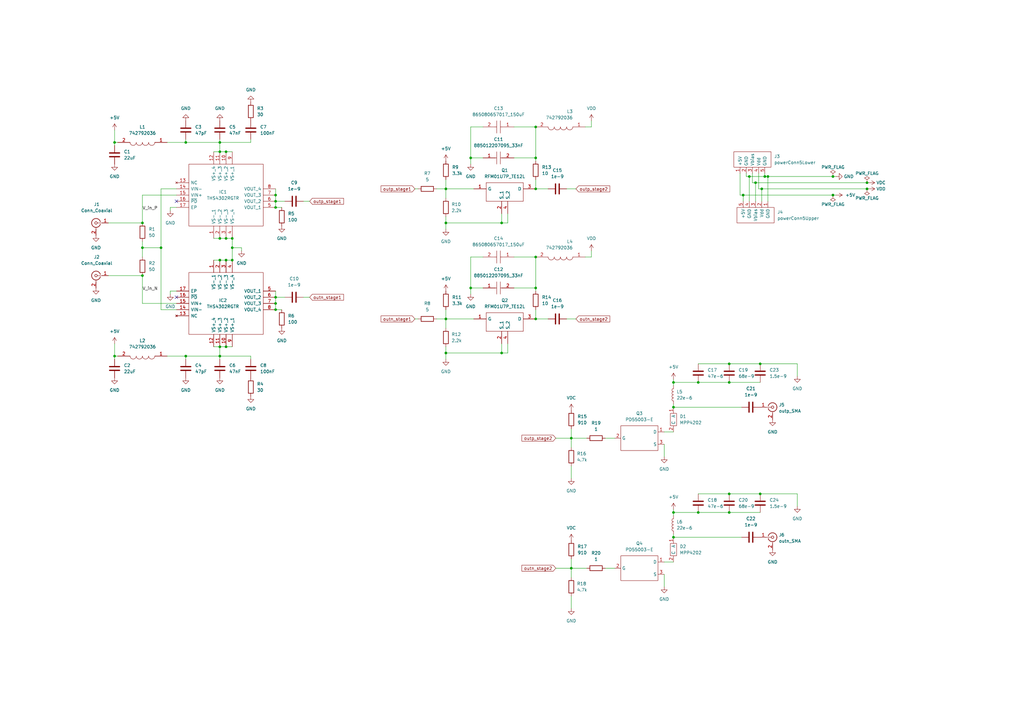
<source format=kicad_sch>
(kicad_sch (version 20211123) (generator eeschema)
  (paper "A3")
  (title_block (title "Klasse-D-Leistungsverstärker") (date "2023-02-01") (rev "1.1") (company "Universität Innsbruck, Mikroelektronik und implantierbare Systeme") (comment 1 "Autor: Alex Putzer"))
  (lib_symbols
    (symbol "Connector:Conn_Coaxial" (pin_names (offset 1.016) hide)
      (property "Reference" "J" (at 0.254 3.048 0))
      (property "Value" "Conn_Coaxial" (at 2.921 0 90))
      (symbol "Conn_Coaxial_1_1"
        (pin passive line (at -5.08 0 0) (length 2.54) (name "In") (number "1"))
        (pin passive line (at 0 -5.08 90) (length 2.54) (name "Ext") (number "2"))
      )
    )
    (symbol "Device:C" (pin_numbers hide) (pin_names (offset 0.254))
      (property "Reference" "C" (at 0.635 2.54 0))
      (property "Value" "C" (at 0.635 -2.54 0))
      (symbol "C_1_1"
        (pin passive line (at 0 3.81 270) (length 2.794) (name "~") (number "1"))
        (pin passive line (at 0 -3.81 90) (length 2.794) (name "~") (number "2"))
      )
    )
    (symbol "Device:L" (pin_numbers hide) (pin_names (offset 1.016) hide)
      (property "Reference" "L" (at -1.27 0 90))
      (property "Value" "L" (at 1.905 0 90))
      (symbol "L_1_1"
        (pin passive line (at 0 3.81 270) (length 1.27) (name "1") (number "1"))
        (pin passive line (at 0 -3.81 90) (length 1.27) (name "2") (number "2"))
      )
    )
    (symbol "Device:R" (pin_numbers hide) (pin_names (offset 0))
      (property "Reference" "R" (at 2.032 0 90))
      (property "Value" "R" (at 0 0 90))
      (symbol "R_1_1"
        (pin passive line (at 0 3.81 270) (length 1.27) (name "~") (number "1"))
        (pin passive line (at 0 -3.81 90) (length 1.27) (name "~") (number "2"))
      )
    )
    (symbol "MPP4202symbol:MPP4202"
      (property "Reference" "D" (at 6.35 -1.27 0))
      (property "Value" "MPP4202" (at 6.35 1.27 0))
      (symbol "MPP4202_1_1"
        (pin passive line (at 0 5.08 270) (length 2.54) (name "A") (number "1"))
        (pin passive line (at 0 -5.08 90) (length 2.54) (name "C") (number "2"))
      )
    )
    (symbol "PD55003-E_1"
      (property "Reference" "Q4" (at 0 10.16 0))
      (property "Value" "PD55003-E" (at 0 7.62 0))
      (symbol "PD55003-E_1_1_1"
        (pin passive line (at 10.16 2.54 180) (length 2.54) (name "D") (number "1"))
        (pin passive line (at -10.16 0 0) (length 2.54) (name "G") (number "2"))
        (pin passive line (at 10.16 -2.54 180) (length 2.54) (name "S") (number "3"))
      )
    )
    (symbol "SamacSys_Parts:742792036" (pin_names (offset 0.762))
      (property "Reference" "L" (at 16.51 6.35 0))
      (property "Value" "742792036" (at 16.51 3.81 0))
      (symbol "742792036_0_0"
        (pin passive line (at 0 0 0) (length 5.08) (name "~") (number "1"))
        (pin passive line (at 20.32 0 180) (length 5.08) (name "~") (number "2"))
      )
    )
    (symbol "SamacSys_Parts:865080657017" (pin_names (offset 0.762))
      (property "Reference" "C" (at 8.89 6.35 0))
      (property "Value" "865080657017" (at 8.89 3.81 0))
      (symbol "865080657017_0_0"
        (pin passive line (at 0 0 0) (length 5.08) (name "~") (number "1"))
        (pin passive line (at 12.7 0 180) (length 5.08) (name "~") (number "2"))
      )
    )
    (symbol "SamacSys_Parts:885012207095" (pin_names (offset 0.762))
      (property "Reference" "C" (at 8.89 6.35 0))
      (property "Value" "885012207095" (at 8.89 3.81 0))
      (symbol "885012207095_0_0"
        (pin passive line (at 0 0 0) (length 5.08) (name "~") (number "1"))
        (pin passive line (at 12.7 0 180) (length 5.08) (name "~") (number "2"))
      )
    )
    (symbol "SamacSys_Parts:RFM01U7P_TE12L,F_" (pin_names (offset 0.762))
      (property "Reference" "Q?" (at 12.7 7.62 0))
      (property "Value" "RFM01U7P_TE12L" (at 12.7 5.08 0))
      (symbol "RFM01U7P_TE12L,F__0_0"
        (pin passive line (at 0 0 0) (length 5.08) (name "G") (number "1"))
        (pin passive line (at 11.43 -10.16 90) (length 5.08) (name "S_1") (number "2"))
        (pin passive line (at 25.4 0 180) (length 5.08) (name "D") (number "3"))
        (pin passive line (at 13.97 -10.16 90) (length 5.08) (name "S_2") (number "4"))
      )
    )
    (symbol "SamacSys_Parts:THS4302RGTR" (pin_names (offset 0.762))
      (property "Reference" "IC" (at 31.75 15.24 0))
      (property "Value" "THS4302RGTR" (at 31.75 12.7 0))
      (symbol "THS4302RGTR_0_0"
        (pin passive line (at 0 0 0) (length 5.08) (name "VS-_1") (number "1"))
        (pin passive line (at 35.56 -5.08 180) (length 5.08) (name "VS+_2") (number "10"))
        (pin passive line (at 35.56 -2.54 180) (length 5.08) (name "VS+_3") (number "11"))
        (pin passive line (at 35.56 0 180) (length 5.08) (name "VS+_4") (number "12"))
        (pin no_connect line (at 22.86 15.24 270) (length 5.08) (name "NC") (number "13"))
        (pin passive line (at 20.32 15.24 270) (length 5.08) (name "VIN-") (number "14"))
        (pin passive line (at 17.78 15.24 270) (length 5.08) (name "VIN+") (number "15"))
        (pin passive line (at 15.24 15.24 270) (length 5.08) (name "~{PD}") (number "16"))
        (pin passive line (at 12.7 15.24 270) (length 5.08) (name "EP") (number "17"))
        (pin passive line (at 0 -2.54 0) (length 5.08) (name "VS-_2") (number "2"))
        (pin passive line (at 0 -5.08 0) (length 5.08) (name "VS-_3") (number "3"))
        (pin passive line (at 0 -7.62 0) (length 5.08) (name "VS-_4") (number "4"))
        (pin passive line (at 12.7 -25.4 90) (length 5.08) (name "VOUT_1") (number "5"))
        (pin passive line (at 15.24 -25.4 90) (length 5.08) (name "VOUT_2") (number "6"))
        (pin passive line (at 17.78 -25.4 90) (length 5.08) (name "VOUT_3") (number "7"))
        (pin passive line (at 20.32 -25.4 90) (length 5.08) (name "VOUT_4") (number "8"))
        (pin passive line (at 35.56 -7.62 180) (length 5.08) (name "VS+_1") (number "9"))
      )
    )
    (symbol "myFootprintLib:PD55003-E"
      (property "Reference" "Q3" (at 0 10.16 0))
      (property "Value" "PD55003-E" (at 0 7.62 0))
      (symbol "PD55003-E_1_1"
        (pin passive line (at 10.16 2.54 180) (length 2.54) (name "D") (number "1"))
        (pin passive line (at -10.16 0 0) (length 2.54) (name "G") (number "2"))
        (pin passive line (at 10.16 -2.54 180) (length 2.54) (name "S") (number "3"))
      )
    )
    (symbol "myFootprintLib:powerConn5Lower"
      (property "Reference" "J" (at 8.89 1.27 0))
      (property "Value" "powerConn5Lower" (at 0 -3.81 0))
      (symbol "powerConn5Lower_1_1"
        (pin passive line (at 5.08 6.35 270) (length 2.54) (name "+5V") (number "1"))
        (pin passive line (at 2.54 6.35 270) (length 2.54) (name "GND") (number "2"))
        (pin passive line (at 0 6.35 270) (length 2.54) (name "Vbias") (number "3"))
        (pin passive line (at -2.54 6.35 270) (length 2.54) (name "Vdd") (number "4"))
        (pin passive line (at -5.08 6.35 270) (length 2.54) (name "GND") (number "5"))
      )
    )
    (symbol "myFootprintLib:powerConn5Upper"
      (property "Reference" "J" (at -8.89 0 0))
      (property "Value" "powerConn5Upper" (at 0 5.08 0))
      (symbol "powerConn5Upper_1_1"
        (pin passive line (at -5.08 -5.08 90) (length 2.54) (name "GND") (number "1"))
        (pin passive line (at -2.54 -5.08 90) (length 2.54) (name "Vdd") (number "2"))
        (pin passive line (at 0 -5.08 90) (length 2.54) (name "Vbias") (number "3"))
        (pin passive line (at 2.54 -5.08 90) (length 2.54) (name "GND") (number "4"))
        (pin passive line (at 5.08 -5.08 90) (length 2.54) (name "+5V") (number "5"))
      )
    )
    (symbol "power:+5V" (power) (pin_names (offset 0))
      (property "Value" "+5V" (at 0 3.556 0))
      (symbol "+5V_1_1"
        (pin power_in line (at 0 0 90) (length 0) hide (name "+5V") (number "1"))
      )
    )
    (symbol "power:GND" (power) (pin_names (offset 0))
      (property "Value" "GND" (at 0 -3.81 0))
      (symbol "GND_1_1"
        (pin power_in line (at 0 0 270) (length 0) hide (name "GND") (number "1"))
      )
    )
    (symbol "power:PWR_FLAG" (power) (pin_numbers hide) (pin_names (offset 0) hide)
      (property "Value" "PWR_FLAG" (at 0 3.81 0))
      (symbol "PWR_FLAG_0_0"
        (pin power_out line (at 0 0 90) (length 0) (name "pwr") (number "1"))
      )
    )
    (symbol "power:VDC" (power) (pin_names (offset 0))
      (property "Value" "VDC" (at 0 6.35 0))
      (symbol "VDC_1_1"
        (pin power_in line (at 0 0 90) (length 0) hide (name "VDC") (number "1"))
      )
    )
    (symbol "power:VDD" (power) (pin_names (offset 0))
      (property "Value" "VDD" (at 0 3.81 0))
      (symbol "VDD_1_1"
        (pin power_in line (at 0 0 90) (length 0) hide (name "VDD") (number "1"))
      )
    )
  )
  (junction (at 219.71 130.81))
  (junction (at 76.2 146.05))
  (junction (at 304.8 80.01))
  (junction (at 234.315 179.705))
  (junction (at 314.96 72.39))
  (junction (at 193.04 64.77))
  (junction (at 95.25 101.6))
  (junction (at 95.25 97.79))
  (junction (at 307.34 72.39))
  (junction (at 46.99 58.42))
  (junction (at 299.085 202.565))
  (junction (at 341.63 72.39))
  (junction (at 92.71 142.24))
  (junction (at 92.71 97.79))
  (junction (at 58.42 113.03))
  (junction (at 311.785 202.565))
  (junction (at 58.42 101.6))
  (junction (at 182.88 144.78))
  (junction (at 193.04 118.11))
  (junction (at 355.6 74.93))
  (junction (at 90.17 142.24))
  (junction (at 205.74 91.44))
  (junction (at 276.225 210.185))
  (junction (at 219.71 77.47))
  (junction (at 219.71 64.77))
  (junction (at 113.03 121.92))
  (junction (at 90.17 106.68))
  (junction (at 90.17 97.79))
  (junction (at 286.385 156.845))
  (junction (at 113.03 127))
  (junction (at 276.225 167.005))
  (junction (at 46.99 146.05))
  (junction (at 182.88 77.47))
  (junction (at 286.385 210.185))
  (junction (at 341.63 80.01))
  (junction (at 182.88 130.81))
  (junction (at 205.74 144.78))
  (junction (at 90.17 62.23))
  (junction (at 311.785 149.225))
  (junction (at 309.88 74.93))
  (junction (at 299.085 149.225))
  (junction (at 355.6 77.47))
  (junction (at 90.17 146.05))
  (junction (at 92.71 106.68))
  (junction (at 95.25 106.68))
  (junction (at 219.71 52.07))
  (junction (at 66.04 101.6))
  (junction (at 113.03 82.55))
  (junction (at 313.69 72.39))
  (junction (at 90.17 58.42))
  (junction (at 113.03 80.01))
  (junction (at 113.03 85.09))
  (junction (at 276.225 156.845))
  (junction (at 58.42 91.44))
  (junction (at 113.03 124.46))
  (junction (at 299.085 210.185))
  (junction (at 92.71 62.23))
  (junction (at 234.315 233.045))
  (junction (at 276.225 220.345))
  (junction (at 76.2 58.42))
  (junction (at 219.71 105.41))
  (junction (at 299.085 156.845))
  (junction (at 219.71 118.11))
  (junction (at 312.42 77.47))
  (junction (at 182.88 91.44))
  (no_connect (at 72.39 82.55))
  (no_connect (at 72.39 121.92))
  (wire (pts (xy 87.63 142.24) (xy 90.17 142.24)))
  (wire (pts (xy 272.415 182.245) (xy 272.415 187.325)))
  (wire (pts (xy 276.225 210.185) (xy 276.225 211.455)))
  (wire (pts (xy 69.85 85.09) (xy 69.85 86.36)))
  (wire (pts (xy 182.88 127) (xy 182.88 130.81)))
  (wire (pts (xy 306.07 71.12) (xy 306.07 72.39)))
  (wire (pts (xy 193.04 118.11) (xy 198.12 118.11)))
  (wire (pts (xy 90.17 142.24) (xy 90.17 146.05)))
  (wire (pts (xy 210.82 118.11) (xy 219.71 118.11)))
  (wire (pts (xy 90.17 62.23) (xy 92.71 62.23)))
  (wire (pts (xy 72.39 124.46) (xy 58.42 124.46)))
  (wire (pts (xy 182.88 144.78) (xy 182.88 147.32)))
  (wire (pts (xy 102.87 58.42) (xy 90.17 58.42)))
  (wire (pts (xy 234.315 233.045) (xy 240.665 233.045)))
  (wire (pts (xy 44.45 91.44) (xy 58.42 91.44)))
  (wire (pts (xy 272.415 235.585) (xy 272.415 240.665)))
  (wire (pts (xy 87.63 106.68) (xy 90.17 106.68)))
  (wire (pts (xy 309.88 74.93) (xy 355.6 74.93)))
  (wire (pts (xy 66.04 101.6) (xy 58.42 101.6)))
  (wire (pts (xy 90.17 57.15) (xy 90.17 58.42)))
  (wire (pts (xy 182.88 91.44) (xy 182.88 93.98)))
  (wire (pts (xy 234.315 244.475) (xy 234.315 249.555)))
  (wire (pts (xy 272.415 230.505) (xy 276.225 230.505)))
  (wire (pts (xy 46.99 146.05) (xy 46.99 147.32)))
  (wire (pts (xy 193.04 52.07) (xy 193.04 64.77)))
  (wire (pts (xy 355.6 74.93) (xy 356.235 74.93)))
  (wire (pts (xy 46.99 58.42) (xy 48.26 58.42)))
  (wire (pts (xy 248.285 179.705) (xy 252.095 179.705)))
  (wire (pts (xy 87.63 62.23) (xy 90.17 62.23)))
  (wire (pts (xy 113.03 119.38) (xy 113.03 121.92)))
  (wire (pts (xy 72.39 77.47) (xy 66.04 77.47)))
  (wire (pts (xy 76.2 58.42) (xy 90.17 58.42)))
  (wire (pts (xy 205.74 87.63) (xy 205.74 91.44)))
  (wire (pts (xy 193.04 52.07) (xy 198.12 52.07)))
  (wire (pts (xy 182.88 130.81) (xy 182.88 134.62)))
  (wire (pts (xy 210.82 64.77) (xy 219.71 64.77)))
  (wire (pts (xy 46.99 146.05) (xy 48.26 146.05)))
  (wire (pts (xy 102.87 57.15) (xy 102.87 58.42)))
  (wire (pts (xy 182.88 88.9) (xy 182.88 91.44)))
  (wire (pts (xy 102.87 146.05) (xy 90.17 146.05)))
  (wire (pts (xy 286.385 156.845) (xy 299.085 156.845)))
  (wire (pts (xy 276.225 220.345) (xy 304.165 220.345)))
  (wire (pts (xy 219.71 118.11) (xy 219.71 119.38)))
  (wire (pts (xy 76.2 147.32) (xy 76.2 146.05)))
  (wire (pts (xy 327.025 154.305) (xy 327.025 149.225)))
  (wire (pts (xy 95.25 101.6) (xy 95.25 97.79)))
  (wire (pts (xy 242.57 52.07) (xy 240.03 52.07)))
  (wire (pts (xy 219.71 73.66) (xy 219.71 77.47)))
  (wire (pts (xy 307.34 72.39) (xy 313.69 72.39)))
  (wire (pts (xy 76.2 57.15) (xy 76.2 58.42)))
  (wire (pts (xy 69.85 119.38) (xy 72.39 119.38)))
  (wire (pts (xy 219.71 52.07) (xy 219.71 64.77)))
  (wire (pts (xy 276.225 208.915) (xy 276.225 210.185)))
  (wire (pts (xy 312.42 77.47) (xy 355.6 77.47)))
  (wire (pts (xy 313.69 71.12) (xy 313.69 72.39)))
  (wire (pts (xy 234.315 179.705) (xy 234.315 183.515)))
  (wire (pts (xy 234.315 191.135) (xy 234.315 196.215)))
  (wire (pts (xy 90.17 147.32) (xy 90.17 146.05)))
  (wire (pts (xy 193.04 64.77) (xy 193.04 67.31)))
  (wire (pts (xy 193.04 118.11) (xy 193.04 120.65)))
  (wire (pts (xy 355.6 77.47) (xy 356.235 77.47)))
  (wire (pts (xy 90.17 106.68) (xy 92.71 106.68)))
  (wire (pts (xy 342.9 80.01) (xy 341.63 80.01)))
  (wire (pts (xy 205.74 140.97) (xy 205.74 144.78)))
  (wire (pts (xy 242.57 49.53) (xy 242.57 52.07)))
  (wire (pts (xy 210.82 52.07) (xy 219.71 52.07)))
  (wire (pts (xy 182.88 77.47) (xy 194.31 77.47)))
  (wire (pts (xy 309.88 74.93) (xy 309.88 82.55)))
  (wire (pts (xy 286.385 149.225) (xy 299.085 149.225)))
  (wire (pts (xy 99.06 102.87) (xy 99.06 101.6)))
  (wire (pts (xy 182.88 73.66) (xy 182.88 77.47)))
  (wire (pts (xy 193.04 105.41) (xy 198.12 105.41)))
  (wire (pts (xy 276.225 167.005) (xy 304.165 167.005)))
  (wire (pts (xy 314.96 72.39) (xy 341.63 72.39)))
  (wire (pts (xy 170.18 130.81) (xy 171.45 130.81)))
  (wire (pts (xy 68.58 146.05) (xy 76.2 146.05)))
  (wire (pts (xy 99.06 101.6) (xy 95.25 101.6)))
  (wire (pts (xy 115.57 127) (xy 113.03 127)))
  (wire (pts (xy 58.42 124.46) (xy 58.42 113.03)))
  (wire (pts (xy 66.04 77.47) (xy 66.04 101.6)))
  (wire (pts (xy 69.85 120.65) (xy 69.85 119.38)))
  (wire (pts (xy 276.225 156.845) (xy 286.385 156.845)))
  (wire (pts (xy 299.085 210.185) (xy 311.785 210.185)))
  (wire (pts (xy 46.99 53.34) (xy 46.99 58.42)))
  (wire (pts (xy 276.225 210.185) (xy 286.385 210.185)))
  (wire (pts (xy 227.965 233.045) (xy 234.315 233.045)))
  (wire (pts (xy 205.74 91.44) (xy 208.28 91.44)))
  (wire (pts (xy 193.04 105.41) (xy 193.04 118.11)))
  (wire (pts (xy 208.28 144.78) (xy 208.28 140.97)))
  (wire (pts (xy 95.25 106.68) (xy 95.25 101.6)))
  (wire (pts (xy 308.61 71.12) (xy 308.61 74.93)))
  (wire (pts (xy 182.88 144.78) (xy 205.74 144.78)))
  (wire (pts (xy 299.085 149.225) (xy 311.785 149.225)))
  (wire (pts (xy 44.45 113.03) (xy 58.42 113.03)))
  (wire (pts (xy 311.15 77.47) (xy 312.42 77.47)))
  (wire (pts (xy 286.385 202.565) (xy 299.085 202.565)))
  (wire (pts (xy 208.28 91.44) (xy 208.28 87.63)))
  (wire (pts (xy 306.07 72.39) (xy 307.34 72.39)))
  (wire (pts (xy 219.71 105.41) (xy 219.71 118.11)))
  (wire (pts (xy 113.03 77.47) (xy 113.03 80.01)))
  (wire (pts (xy 276.225 156.845) (xy 276.225 158.115)))
  (wire (pts (xy 232.41 130.81) (xy 236.22 130.81)))
  (wire (pts (xy 87.63 97.79) (xy 90.17 97.79)))
  (wire (pts (xy 286.385 210.185) (xy 299.085 210.185)))
  (wire (pts (xy 113.03 121.92) (xy 116.84 121.92)))
  (wire (pts (xy 227.965 179.705) (xy 234.315 179.705)))
  (wire (pts (xy 68.58 58.42) (xy 76.2 58.42)))
  (wire (pts (xy 113.03 121.92) (xy 113.03 124.46)))
  (wire (pts (xy 234.315 179.705) (xy 240.665 179.705)))
  (wire (pts (xy 193.04 64.77) (xy 198.12 64.77)))
  (wire (pts (xy 113.03 124.46) (xy 113.03 127)))
  (wire (pts (xy 248.285 233.045) (xy 252.095 233.045)))
  (wire (pts (xy 179.07 77.47) (xy 182.88 77.47)))
  (wire (pts (xy 72.39 127) (xy 66.04 127)))
  (wire (pts (xy 72.39 80.01) (xy 58.42 80.01)))
  (wire (pts (xy 92.71 106.68) (xy 95.25 106.68)))
  (wire (pts (xy 124.46 121.92) (xy 127 121.92)))
  (wire (pts (xy 303.53 71.12) (xy 303.53 80.01)))
  (wire (pts (xy 90.17 62.23) (xy 90.17 58.42)))
  (wire (pts (xy 304.8 80.01) (xy 341.63 80.01)))
  (wire (pts (xy 304.8 80.01) (xy 304.8 82.55)))
  (wire (pts (xy 124.46 82.55) (xy 127 82.55)))
  (wire (pts (xy 46.99 58.42) (xy 46.99 59.69)))
  (wire (pts (xy 179.07 130.81) (xy 182.88 130.81)))
  (wire (pts (xy 308.61 74.93) (xy 309.88 74.93)))
  (wire (pts (xy 102.87 147.32) (xy 102.87 146.05)))
  (wire (pts (xy 224.79 130.81) (xy 219.71 130.81)))
  (wire (pts (xy 113.03 80.01) (xy 113.03 82.55)))
  (wire (pts (xy 276.225 165.735) (xy 276.225 167.005)))
  (wire (pts (xy 327.025 202.565) (xy 311.785 202.565)))
  (wire (pts (xy 276.225 155.575) (xy 276.225 156.845)))
  (wire (pts (xy 182.88 77.47) (xy 182.88 81.28)))
  (wire (pts (xy 170.18 77.47) (xy 171.45 77.47)))
  (wire (pts (xy 234.315 229.235) (xy 234.315 233.045)))
  (wire (pts (xy 299.085 202.565) (xy 311.785 202.565)))
  (wire (pts (xy 182.88 130.81) (xy 194.31 130.81)))
  (wire (pts (xy 58.42 101.6) (xy 58.42 105.41)))
  (wire (pts (xy 69.85 85.09) (xy 72.39 85.09)))
  (wire (pts (xy 299.085 156.845) (xy 311.785 156.845)))
  (wire (pts (xy 66.04 127) (xy 66.04 101.6)))
  (wire (pts (xy 240.03 105.41) (xy 242.57 105.41)))
  (wire (pts (xy 219.71 64.77) (xy 219.71 66.04)))
  (wire (pts (xy 276.225 177.165) (xy 272.415 177.165)))
  (wire (pts (xy 113.03 82.55) (xy 116.84 82.55)))
  (wire (pts (xy 90.17 142.24) (xy 92.71 142.24)))
  (wire (pts (xy 58.42 99.06) (xy 58.42 101.6)))
  (wire (pts (xy 307.34 72.39) (xy 307.34 82.55)))
  (wire (pts (xy 58.42 80.01) (xy 58.42 91.44)))
  (wire (pts (xy 76.2 146.05) (xy 90.17 146.05)))
  (wire (pts (xy 312.42 77.47) (xy 312.42 82.55)))
  (wire (pts (xy 341.63 72.39) (xy 342.9 72.39)))
  (wire (pts (xy 182.88 91.44) (xy 205.74 91.44)))
  (wire (pts (xy 327.025 149.225) (xy 311.785 149.225)))
  (wire (pts (xy 242.57 105.41) (xy 242.57 102.87)))
  (wire (pts (xy 224.79 77.47) (xy 219.71 77.47)))
  (wire (pts (xy 219.71 127) (xy 219.71 130.81)))
  (wire (pts (xy 311.15 71.12) (xy 311.15 77.47)))
  (wire (pts (xy 46.99 140.97) (xy 46.99 146.05)))
  (wire (pts (xy 234.315 175.895) (xy 234.315 179.705)))
  (wire (pts (xy 92.71 97.79) (xy 95.25 97.79)))
  (wire (pts (xy 232.41 77.47) (xy 236.22 77.47)))
  (wire (pts (xy 314.96 72.39) (xy 314.96 82.55)))
  (wire (pts (xy 90.17 97.79) (xy 92.71 97.79)))
  (wire (pts (xy 327.025 207.645) (xy 327.025 202.565)))
  (wire (pts (xy 182.88 142.24) (xy 182.88 144.78)))
  (wire (pts (xy 303.53 80.01) (xy 304.8 80.01)))
  (wire (pts (xy 115.57 85.09) (xy 113.03 85.09)))
  (wire (pts (xy 234.315 233.045) (xy 234.315 236.855)))
  (wire (pts (xy 205.74 144.78) (xy 208.28 144.78)))
  (wire (pts (xy 276.225 219.075) (xy 276.225 220.345)))
  (wire (pts (xy 313.69 72.39) (xy 314.96 72.39)))
  (wire (pts (xy 92.71 142.24) (xy 95.25 142.24)))
  (wire (pts (xy 210.82 105.41) (xy 219.71 105.41)))
  (wire (pts (xy 113.03 82.55) (xy 113.03 85.09)))
  (wire (pts (xy 92.71 62.23) (xy 95.25 62.23)))
  (label "V_in_P" (at 58.42 86.36 0))
  (label "V_in_N" (at 58.42 119.38 0))
  (global_label "outp_stage1" (shape input) (at 170.18 77.47 180) (property "Intersheet References" "${INTERSHEET_REFS}" (effects hide)))
  (global_label "outp_stage1" (shape input) (at 127 82.55 0) (property "Intersheet References" "${INTERSHEET_REFS}" (effects hide)))
  (global_label "outn_stage1" (shape input) (at 170.18 130.81 180) (property "Intersheet References" "${INTERSHEET_REFS}" (effects hide)))
  (global_label "outp_stage2" (shape input) (at 236.22 77.47 0) (property "Intersheet References" "${INTERSHEET_REFS}" (effects hide)))
  (global_label "outn_stage2" (shape input) (at 227.965 233.045 180) (property "Intersheet References" "${INTERSHEET_REFS}" (effects hide)))
  (global_label "outn_stage1" (shape input) (at 127 121.92 0) (property "Intersheet References" "${INTERSHEET_REFS}" (effects hide)))
  (global_label "outp_stage2" (shape input) (at 227.965 179.705 180) (property "Intersheet References" "${INTERSHEET_REFS}" (effects hide)))
  (global_label "outn_stage2" (shape input) (at 236.22 130.81 0) (property "Intersheet References" "${INTERSHEET_REFS}" (effects hide)))
  (symbol (lib_id "power:VDD") (at 356.235 77.47 270) (unit 1)
    (property "Reference" "#PWR025" (effects hide))
    (property "Value" "VDD" (at 359.41 77.47 90) (effects (justify left)))
  )
  (symbol (lib_id "power:PWR_FLAG") (at 341.63 72.39 0) (unit 1)
    (property "Reference" "#FLG01" (effects hide))
    (property "Value" "PWR_FLAG" (at 341.63 68.58 0))
  )
  (symbol (lib_id "power:GND") (at 39.37 96.52 0) (unit 1)
    (property "Reference" "#PWR01" (effects hide))
    (property "Value" "GND" (at 39.37 101.6 0))
  )
  (symbol (lib_id "power:GND") (at 327.025 207.645 0) (unit 1)
    (property "Reference" "#PWR041" (effects hide))
    (property "Value" "GND" (at 327.025 212.725 0))
  )
  (symbol (lib_id "power:GND") (at 46.99 67.31 0) (unit 1)
    (property "Reference" "#PWR04" (effects hide))
    (property "Value" "GND" (at 46.99 72.39 0))
  )
  (symbol (lib_id "power:VDD") (at 242.57 102.87 0) (unit 1)
    (property "Reference" "#PWR029" (effects hide))
    (property "Value" "VDD" (at 242.57 97.79 0))
  )
  (symbol (lib_id "power:GND") (at 115.57 92.71 0) (unit 1)
    (property "Reference" "#PWR016" (effects hide))
    (property "Value" "GND" (at 115.57 97.79 0))
  )
  (symbol (lib_id "Device:R") (at 102.87 45.72 0) (unit 1)
    (property "Reference" "R3" (at 105.41 44.4499 0) (effects (justify left)))
    (property "Value" "30" (at 105.41 46.9899 0) (effects (justify left)))
    (property "Footprint" "Resistor_SMD:R_0805_2012Metric_Pad1.20x1.40mm_HandSolder" (effects hide))
  )
  (symbol (lib_id "Device:R") (at 234.315 225.425 180) (unit 1)
    (property "Reference" "R17" (at 236.855 224.1549 0) (effects (justify right)))
    (property "Value" "910" (at 236.855 226.6949 0) (effects (justify right)))
    (property "Footprint" "Resistor_SMD:R_0805_2012Metric_Pad1.20x1.40mm_HandSolder" (effects hide))
  )
  (symbol (lib_id "Device:R") (at 175.26 77.47 90) (unit 1)
    (property "Reference" "R7" (at 175.26 71.12 90))
    (property "Value" "5" (at 175.26 73.66 90))
    (property "Footprint" "Resistor_SMD:R_0603_1608Metric_Pad0.98x0.95mm_HandSolder" (effects hide))
  )
  (symbol (lib_id "power:GND") (at 316.865 225.425 0) (unit 1)
    (property "Reference" "#PWR039" (effects hide))
    (property "Value" "GND" (at 316.865 230.505 0))
  )
  (symbol (lib_id "Device:C") (at 228.6 77.47 90) (unit 1)
    (property "Reference" "C15" (at 228.6 69.85 90))
    (property "Value" "1e-9" (at 228.6 72.39 90))
    (property "Footprint" "WCAP-CSGP:WCAP-CSGP_0805_H0.8_R" (effects hide))
  )
  (symbol (lib_id "power:+5V") (at 182.88 66.04 0) (unit 1)
    (property "Reference" "#PWR?" (effects hide))
    (property "Value" "+5V" (at 182.88 60.96 0))
  )
  (symbol (lib_id "power:GND") (at 46.99 154.94 0) (unit 1)
    (property "Reference" "#PWR06" (effects hide))
    (property "Value" "GND" (at 46.99 160.02 0))
  )
  (symbol (lib_id "power:+5V") (at 46.99 53.34 0) (unit 1)
    (property "Reference" "#PWR03" (effects hide))
    (property "Value" "+5V" (at 46.99 48.26 0))
  )
  (symbol (lib_id "power:GND") (at 99.06 102.87 0) (unit 1)
    (property "Reference" "#PWR013" (effects hide))
    (property "Value" "GND" (at 99.06 107.95 0))
  )
  (symbol (lib_id "Device:C") (at 90.17 151.13 180) (unit 1)
    (property "Reference" "C6" (at 93.98 149.8599 0) (effects (justify right)))
    (property "Value" "47nF" (at 93.98 152.3999 0) (effects (justify right)))
    (property "Footprint" "Capacitor_SMD:C_0805_2012Metric_Pad1.18x1.45mm_HandSolder" (effects hide))
    (property "Datasheet" "https://www.we-online.com/katalog/en/datasheet/885012207096.pdf" (effects hide))
  )
  (symbol (lib_id "Device:C") (at 90.17 53.34 0) (mirror y) (unit 1)
    (property "Reference" "C5" (at 93.98 52.0699 0) (effects (justify right)))
    (property "Value" "47nF" (at 93.98 54.6099 0) (effects (justify right)))
    (property "Footprint" "Capacitor_SMD:C_0805_2012Metric_Pad1.18x1.45mm_HandSolder" (effects hide))
    (property "Datasheet" "https://www.we-online.com/katalog/en/datasheet/885012207096.pdf" (effects hide))
  )
  (symbol (lib_id "Device:C") (at 307.975 167.005 90) (unit 1)
    (property "Reference" "C21" (at 307.975 159.385 90))
    (property "Value" "1e-9" (at 307.975 161.925 90))
    (property "Footprint" "WCAP-CSGP:WCAP-CSGP_0805_H0.8_R" (effects hide))
  )
  (symbol (lib_id "Device:C") (at 286.385 206.375 180) (unit 1)
    (property "Reference" "C18" (at 290.195 205.1049 0) (effects (justify right)))
    (property "Value" "47e-6" (at 290.195 207.6449 0) (effects (justify right)))
    (property "Footprint" "WCAP-CSGP:WCAP-CSGP_1210_H2.5" (effects hide))
  )
  (symbol (lib_id "myFootprintLib:powerConn5Upper") (at 309.88 87.63 180) (unit 1)
    (property "Reference" "J4" (at 318.77 86.9949 0) (effects (justify right)))
    (property "Value" "powerConn5Upper" (at 318.77 89.5349 0) (effects (justify right)))
    (property "Footprint" "WR-MPC3:662105130822" (effects hide))
  )
  (symbol (lib_id "SamacSys_Parts:THS4302RGTR") (at 87.63 106.68 90) (mirror x) (unit 1)
    (property "Reference" "IC2" (at 91.44 123.19 90))
    (property "Value" "THS4302RGTR" (at 91.44 125.73 90))
    (property "Footprint" "SamacSys_Parts:QFN50P300X300X100-17N-D" (effects hide))
    (property "Datasheet" "http://www.ti.com/lit/gpn/ths4302" (effects hide))
    (property "Description" "2.4GHz, Wideband Fixed Gain Amplifier" (effects hide))
    (property "Height" "1" (effects hide))
    (property "Mouser Part Number" "595-THS4302RGTR" (effects hide))
    (property "Mouser Price/Stock" "https://www.mouser.co.uk/ProductDetail/Texas-Instruments/THS4302RGTR?qs=ZmJdcv7QZ9roaRyFJKAg2g%3D%3D" (effects hide))
    (property "Manufacturer_Name" "Texas Instruments" (effects hide))
    (property "Manufacturer_Part_Number" "THS4302RGTR" (effects hide))
  )
  (symbol (lib_id "Device:R") (at 182.88 123.19 180) (unit 1)
    (property "Reference" "R11" (at 185.42 121.9199 0) (effects (justify right)))
    (property "Value" "3.3k" (at 185.42 124.4599 0) (effects (justify right)))
    (property "Footprint" "Resistor_SMD:R_0805_2012Metric_Pad1.20x1.40mm_HandSolder" (effects hide))
  )
  (symbol (lib_id "SamacSys_Parts:742792036") (at 68.58 58.42 0) (mirror y) (unit 1)
    (property "Reference" "L1" (at 58.42 52.07 0))
    (property "Value" "742792036" (at 58.42 54.61 0))
    (property "Footprint" "WE-CBF:WE-CBF_0805(W=3.0)" (effects hide))
    (property "Datasheet" "https://www.mouser.at/datasheet/2/445/742792036-1720672.pdf" (effects hide))
    (property "Description" "SMD EMI Suppression Ferrite Beads WE-CBF" (effects hide))
    (property "Height" "0.9" (effects hide))
    (property "Mouser Part Number" "710-742792036" (effects hide))
    (property "Mouser Price/Stock" "https://www.mouser.co.uk/ProductDetail/Wurth-Elektronik/742792036?qs=5twSNpOB8IB6qvAyuzliIg%3D%3D" (effects hide))
    (property "Manufacturer_Name" "Wurth Elektronik" (effects hide))
    (property "Manufacturer_Part_Number" "742792036" (effects hide))
  )
  (symbol (lib_id "myFootprintLib:PD55003-E") (at 262.255 179.705 0) (unit 1)
    (property "Reference" "Q3" (at 262.255 169.545 0))
    (property "Value" "PD55003-E" (at 262.255 172.085 0))
    (property "Footprint" "snapEDAfootprints:TRANS_PD55008-E" (effects hide))
  )
  (symbol (lib_id "Connector:Conn_Coaxial") (at 316.865 220.345 0) (unit 1)
    (property "Reference" "J6" (at 319.405 219.3681 0) (effects (justify left)))
    (property "Value" "outn_SMA" (at 319.405 221.9081 0) (effects (justify left)))
    (property "Footprint" "SMAconnector:1.6mmSMD_SMA_sideways" (effects hide))
    (property "Datasheet" " ~" (effects hide))
  )
  (symbol (lib_id "power:GND") (at 193.04 67.31 0) (unit 1)
    (property "Reference" "#PWR026" (effects hide))
    (property "Value" "GND" (at 193.04 72.39 0))
  )
  (symbol (lib_id "MPP4202symbol:MPP4202") (at 276.225 225.425 0) (unit 1)
    (property "Reference" "D2" (at 278.765 224.1549 0) (effects (justify left)))
    (property "Value" "MPP4202" (at 278.765 226.6949 0) (effects (justify left)))
    (property "Footprint" "MPP4202:mpp4202" (effects hide))
  )
  (symbol (lib_id "Connector:Conn_Coaxial") (at 316.865 167.005 0) (unit 1)
    (property "Reference" "J5" (at 319.405 166.0281 0) (effects (justify left)))
    (property "Value" "outp_SMA" (at 319.405 168.5681 0) (effects (justify left)))
    (property "Footprint" "SMAconnector:1.6mmSMD_SMA_sideways" (effects hide))
    (property "Datasheet" " ~" (effects hide))
  )
  (symbol (lib_id "SamacSys_Parts:THS4302RGTR") (at 87.63 97.79 90) (unit 1)
    (property "Reference" "IC1" (at 91.44 78.74 90))
    (property "Value" "THS4302RGTR" (at 91.44 81.28 90))
    (property "Footprint" "SamacSys_Parts:QFN50P300X300X100-17N-D" (effects hide))
    (property "Datasheet" "http://www.ti.com/lit/gpn/ths4302" (effects hide))
    (property "Description" "2.4GHz, Wideband Fixed Gain Amplifier" (effects hide))
    (property "Height" "1" (effects hide))
    (property "Mouser Part Number" "595-THS4302RGTR" (effects hide))
    (property "Mouser Price/Stock" "https://www.mouser.co.uk/ProductDetail/Texas-Instruments/THS4302RGTR?qs=ZmJdcv7QZ9roaRyFJKAg2g%3D%3D" (effects hide))
    (property "Manufacturer_Name" "Texas Instruments" (effects hide))
    (property "Manufacturer_Part_Number" "THS4302RGTR" (effects hide))
  )
  (symbol (lib_id "SamacSys_Parts:742792036") (at 240.03 105.41 0) (mirror y) (unit 1)
    (property "Reference" "L4" (at 234.95 99.06 0) (effects (justify left)))
    (property "Value" "742792036" (at 234.95 101.6 0) (effects (justify left)))
    (property "Footprint" "WE-CBF:WE-CBF_0805(W=3.0)" (effects hide))
    (property "Description" "SMD EMI Suppression Ferrite Beads WE-CBF" (effects hide))
    (property "Height" "0.9" (effects hide))
    (property "Mouser Part Number" "710-742792036" (effects hide))
    (property "Mouser Price/Stock" "https://www.mouser.co.uk/ProductDetail/Wurth-Elektronik/742792036?qs=5twSNpOB8IB6qvAyuzliIg%3D%3D" (effects hide))
    (property "Manufacturer_Name" "Wurth Elektronik" (effects hide))
    (property "Manufacturer_Part_Number" "742792036" (effects hide))
  )
  (symbol (lib_id "power:GND") (at 182.88 147.32 0) (unit 1)
    (property "Reference" "#PWR023" (effects hide))
    (property "Value" "GND" (at 182.88 152.4 0))
  )
  (symbol (lib_id "power:GND") (at 69.85 86.36 0) (unit 1)
    (property "Reference" "#PWR07" (effects hide))
    (property "Value" "GND" (at 69.85 91.44 0))
  )
  (symbol (lib_id "power:VDD") (at 242.57 49.53 0) (unit 1)
    (property "Reference" "#PWR028" (effects hide))
    (property "Value" "VDD" (at 242.57 44.45 0))
  )
  (symbol (lib_id "power:+5V") (at 276.225 208.915 0) (unit 1)
    (property "Reference" "#PWR?" (effects hide))
    (property "Value" "+5V" (at 276.225 203.835 0))
  )
  (symbol (lib_name "PD55003-E_1") (lib_id "myFootprintLib:PD55003-E") (at 262.255 233.045 0) (unit 1)
    (property "Reference" "Q4" (at 262.255 222.885 0))
    (property "Value" "PD55003-E" (at 262.255 225.425 0))
    (property "Footprint" "snapEDAfootprints:TRANS_PD55008-E" (effects hide))
  )
  (symbol (lib_id "Device:R") (at 58.42 109.22 0) (unit 1)
    (property "Reference" "R2" (at 60.96 107.9499 0) (effects (justify left)))
    (property "Value" "50" (at 60.96 110.4899 0) (effects (justify left)))
    (property "Footprint" "Resistor_SMD:R_0805_2012Metric_Pad1.20x1.40mm_HandSolder" (effects hide))
  )
  (symbol (lib_id "power:GND") (at 327.025 154.305 0) (unit 1)
    (property "Reference" "#PWR040" (effects hide))
    (property "Value" "GND" (at 327.025 159.385 0))
  )
  (symbol (lib_id "Device:R") (at 234.315 187.325 180) (unit 1)
    (property "Reference" "R16" (at 236.6052 186.0549 0) (effects (justify right)))
    (property "Value" "4.7k" (at 236.6052 188.5949 0) (effects (justify right)))
    (property "Footprint" "Resistor_SMD:R_0805_2012Metric_Pad1.20x1.40mm_HandSolder" (effects hide))
  )
  (symbol (lib_id "SamacSys_Parts:RFM01U7P_TE12L,F_") (at 194.31 130.81 0) (unit 1)
    (property "Reference" "Q2" (at 207.01 123.19 0))
    (property "Value" "RFM01U7P_TE12L" (at 207.01 125.73 0))
    (property "Footprint" "SamacSys_Parts:RFM01U7PTE12LF" (effects hide))
    (property "Datasheet" "https://toshiba.semicon-storage.com/ap-en/semiconductor/product/mosfets/detail.RFM01U7P.html" (effects hide))
    (property "Description" "RF MOSFET Transistors Radio-Freq PwrMOSFET N-Ch 0.1A 3W 20V" (effects hide))
    (property "Height" "1.6" (effects hide))
    (property "Mouser Part Number" "757-RFM01U7PTE12LF" (effects hide))
    (property "Mouser Price/Stock" "https://www.mouser.com/Search/Refine.aspx?Keyword=757-RFM01U7PTE12LF" (effects hide))
    (property "Manufacturer_Name" "Toshiba" (effects hide))
    (property "Manufacturer_Part_Number" "RFM01U7P(TE12L,F)" (effects hide))
  )
  (symbol (lib_id "SamacSys_Parts:885012207095") (at 198.12 64.77 0) (unit 1)
    (property "Reference" "C11" (at 204.47 57.15 0))
    (property "Value" "885012207095_33nF" (at 204.47 59.69 0))
    (property "Footprint" "Capacitor_SMD:C_0805_2012Metric_Pad1.18x1.45mm_HandSolder" (effects hide))
    (property "Datasheet" "https://componentsearchengine.com/Datasheets/1/885012207095.pdf" (effects hide))
    (property "Description" "Multilayer Ceramic Chip Capacitor WCAP-CSGP Series 0805 33000pF X7R0805333K050DFCT10000" (effects hide))
    (property "Height" "0.9" (effects hide))
    (property "Mouser Part Number" "710-885012207095" (effects hide))
    (property "Mouser Price/Stock" "https://www.mouser.com/Search/Refine.aspx?Keyword=710-885012207095" (effects hide))
    (property "Manufacturer_Name" "Wurth Elektronik" (effects hide))
    (property "Manufacturer_Part_Number" "885012207095" (effects hide))
  )
  (symbol (lib_id "Connector:Conn_Coaxial") (at 39.37 113.03 0) (mirror y) (unit 1)
    (property "Reference" "J2" (at 39.6874 105.41 0))
    (property "Value" "Conn_Coaxial" (at 39.6874 107.95 0))
    (property "Footprint" "SMAconnector:1.6mmSMD_SMA_sideways" (effects hide))
    (property "Datasheet" " ~" (effects hide))
  )
  (symbol (lib_id "Device:C") (at 307.975 220.345 90) (unit 1)
    (property "Reference" "C22" (at 307.975 212.725 90))
    (property "Value" "1e-9" (at 307.975 215.265 90))
    (property "Footprint" "WCAP-CSGP:WCAP-CSGP_0805_H0.8_R" (effects hide))
  )
  (symbol (lib_id "SamacSys_Parts:RFM01U7P_TE12L,F_") (at 194.31 77.47 0) (unit 1)
    (property "Reference" "Q1" (at 207.01 69.85 0))
    (property "Value" "RFM01U7P_TE12L" (at 207.01 72.39 0))
    (property "Footprint" "SamacSys_Parts:RFM01U7PTE12LF" (effects hide))
    (property "Datasheet" "https://toshiba.semicon-storage.com/ap-en/semiconductor/product/mosfets/detail.RFM01U7P.html" (effects hide))
    (property "Description" "RF MOSFET Transistors Radio-Freq PwrMOSFET N-Ch 0.1A 3W 20V" (effects hide))
    (property "Height" "1.6" (effects hide))
    (property "Mouser Part Number" "757-RFM01U7PTE12LF" (effects hide))
    (property "Mouser Price/Stock" "https://www.mouser.com/Search/Refine.aspx?Keyword=757-RFM01U7PTE12LF" (effects hide))
    (property "Manufacturer_Name" "Toshiba" (effects hide))
    (property "Manufacturer_Part_Number" "RFM01U7P(TE12L,F)" (effects hide))
  )
  (symbol (lib_id "Device:R") (at 234.315 240.665 180) (unit 1)
    (property "Reference" "R18" (at 236.6052 239.3949 0) (effects (justify right)))
    (property "Value" "4.7k" (at 236.6052 241.9349 0) (effects (justify right)))
    (property "Footprint" "Resistor_SMD:R_0805_2012Metric_Pad1.20x1.40mm_HandSolder" (effects hide))
  )
  (symbol (lib_id "Connector:Conn_Coaxial") (at 39.37 91.44 0) (mirror y) (unit 1)
    (property "Reference" "J1" (at 39.6874 83.82 0))
    (property "Value" "Conn_Coaxial" (at 39.6874 86.36 0))
    (property "Footprint" "SMAconnector:1.6mmSMD_SMA_sideways" (effects hide))
    (property "Datasheet" " ~" (effects hide))
  )
  (symbol (lib_id "power:+5V") (at 182.88 119.38 0) (unit 1)
    (property "Reference" "#PWR?" (effects hide))
    (property "Value" "+5V" (at 182.88 114.3 0))
  )
  (symbol (lib_id "MPP4202symbol:MPP4202") (at 276.225 172.085 0) (unit 1)
    (property "Reference" "D1" (at 278.765 170.8149 0) (effects (justify left)))
    (property "Value" "MPP4202" (at 278.765 173.3549 0) (effects (justify left)))
    (property "Footprint" "MPP4202:mpp4202" (effects hide))
  )
  (symbol (lib_id "Device:R") (at 58.42 95.25 0) (unit 1)
    (property "Reference" "R1" (at 60.96 93.9799 0) (effects (justify left)))
    (property "Value" "50" (at 60.96 96.5199 0) (effects (justify left)))
    (property "Footprint" "Resistor_SMD:R_0805_2012Metric_Pad1.20x1.40mm_HandSolder" (effects hide))
  )
  (symbol (lib_id "Device:R") (at 115.57 130.81 0) (unit 1)
    (property "Reference" "R6" (at 118.11 129.5399 0) (effects (justify left)))
    (property "Value" "100" (at 118.11 132.0799 0) (effects (justify left)))
    (property "Footprint" "Resistor_SMD:R_0805_2012Metric_Pad1.20x1.40mm_HandSolder" (effects hide))
  )
  (symbol (lib_id "Device:R") (at 219.71 69.85 180) (unit 1)
    (property "Reference" "R13" (at 222.25 68.5799 0) (effects (justify right)))
    (property "Value" "10" (at 222.25 71.1199 0) (effects (justify right)))
    (property "Footprint" "SamacSys_Parts:RESC1632X70N" (effects hide))
  )
  (symbol (lib_id "Device:C") (at 311.785 153.035 180) (unit 1)
    (property "Reference" "C23" (at 315.595 151.7649 0) (effects (justify right)))
    (property "Value" "1.5e-9" (at 315.595 154.3049 0) (effects (justify right)))
    (property "Footprint" "WCAP-CSGP:WCAP-CSGP_0805_H0.8_R" (effects hide))
    (property "Datasheet" "https://www.we-online.com/katalog/datasheet/885012007041.pdf" (effects hide))
  )
  (symbol (lib_id "power:GND") (at 90.17 154.94 0) (unit 1)
    (property "Reference" "#PWR012" (effects hide))
    (property "Value" "GND" (at 90.17 160.02 0))
  )
  (symbol (lib_id "Device:C") (at 102.87 53.34 0) (unit 1)
    (property "Reference" "C7" (at 106.68 52.0699 0) (effects (justify left)))
    (property "Value" "100nF" (at 106.68 54.6099 0) (effects (justify left)))
    (property "Footprint" "Capacitor_SMD:C_0805_2012Metric_Pad1.18x1.45mm_HandSolder" (effects hide))
    (property "Datasheet" "https://www.we-online.com/katalog/datasheet/885012207098.pdf" (effects hide))
  )
  (symbol (lib_id "Device:C") (at 46.99 63.5 180) (unit 1)
    (property "Reference" "C1" (at 50.8 62.2299 0) (effects (justify right)))
    (property "Value" "22uF" (at 50.8 64.7699 0) (effects (justify right)))
    (property "Footprint" "Capacitor_SMD:C_1210_3225Metric_Pad1.33x2.70mm_HandSolder" (effects hide))
    (property "Datasheet" "https://www.we-online.com/katalog/datasheet/885012209006.pdf" (effects hide))
  )
  (symbol (lib_id "power:PWR_FLAG") (at 355.6 74.93 0) (unit 1)
    (property "Reference" "#FLG03" (effects hide))
    (property "Value" "PWR_FLAG" (at 355.6 71.12 0))
  )
  (symbol (lib_id "power:GND") (at 234.315 196.215 0) (unit 1)
    (property "Reference" "#PWR031" (effects hide))
    (property "Value" "GND" (at 234.315 201.295 0))
  )
  (symbol (lib_id "Device:C") (at 311.785 206.375 180) (unit 1)
    (property "Reference" "C24" (at 315.595 205.1049 0) (effects (justify right)))
    (property "Value" "1.5e-9" (at 315.595 207.6449 0) (effects (justify right)))
    (property "Footprint" "WCAP-CSGP:WCAP-CSGP_0805_H0.8_R" (effects hide))
  )
  (symbol (lib_id "power:GND") (at 316.865 172.085 0) (unit 1)
    (property "Reference" "#PWR038" (effects hide))
    (property "Value" "GND" (at 316.865 177.165 0))
  )
  (symbol (lib_id "power:GND") (at 102.87 162.56 0) (unit 1)
    (property "Reference" "#PWR015" (effects hide))
    (property "Value" "GND" (at 102.87 167.64 0))
  )
  (symbol (lib_id "Device:C") (at 120.65 82.55 90) (unit 1)
    (property "Reference" "C9" (at 120.65 74.93 90))
    (property "Value" "1e-9" (at 120.65 77.47 90))
    (property "Footprint" "WCAP-CSGP:WCAP-CSGP_0805_H0.8_R" (effects hide))
  )
  (symbol (lib_id "Device:R") (at 102.87 158.75 180) (unit 1)
    (property "Reference" "R4" (at 105.41 157.4799 0) (effects (justify right)))
    (property "Value" "30" (at 105.41 160.0199 0) (effects (justify right)))
    (property "Footprint" "Resistor_SMD:R_0805_2012Metric_Pad1.20x1.40mm_HandSolder" (effects hide))
  )
  (symbol (lib_id "power:GND") (at 182.88 93.98 0) (unit 1)
    (property "Reference" "#PWR021" (effects hide))
    (property "Value" "GND" (at 182.88 99.06 0))
  )
  (symbol (lib_id "power:GND") (at 90.17 49.53 0) (mirror x) (unit 1)
    (property "Reference" "#PWR011" (effects hide))
    (property "Value" "GND" (at 90.17 44.45 0))
  )
  (symbol (lib_id "Device:C") (at 228.6 130.81 90) (unit 1)
    (property "Reference" "C16" (at 228.6 123.19 90))
    (property "Value" "1e-9" (at 228.6 125.73 90))
    (property "Footprint" "WCAP-CSGP:WCAP-CSGP_0805_H0.8_R" (effects hide))
  )
  (symbol (lib_id "Device:C") (at 76.2 151.13 180) (unit 1)
    (property "Reference" "C4" (at 80.01 149.8599 0) (effects (justify right)))
    (property "Value" "47pF" (at 80.01 152.3999 0) (effects (justify right)))
    (property "Footprint" "Capacitor_SMD:C_0805_2012Metric_Pad1.18x1.45mm_HandSolder" (effects hide))
    (property "Datasheet" "https://www.we-online.com/katalog/en/datasheet/885012007055.pdf" (effects hide))
  )
  (symbol (lib_id "SamacSys_Parts:742792036") (at 68.58 146.05 0) (mirror y) (unit 1)
    (property "Reference" "L2" (at 58.42 139.7 0))
    (property "Value" "742792036" (at 58.42 142.24 0))
    (property "Footprint" "WE-CBF:WE-CBF_0805(W=3.0)" (effects hide))
    (property "Description" "SMD EMI Suppression Ferrite Beads WE-CBF" (effects hide))
    (property "Height" "0.9" (effects hide))
    (property "Mouser Part Number" "710-742792036" (effects hide))
    (property "Mouser Price/Stock" "https://www.mouser.co.uk/ProductDetail/Wurth-Elektronik/742792036?qs=5twSNpOB8IB6qvAyuzliIg%3D%3D" (effects hide))
    (property "Manufacturer_Name" "Wurth Elektronik" (effects hide))
    (property "Manufacturer_Part_Number" "742792036" (effects hide))
  )
  (symbol (lib_id "power:GND") (at 234.315 249.555 0) (unit 1)
    (property "Reference" "#PWR033" (effects hide))
    (property "Value" "GND" (at 234.315 254.635 0))
  )
  (symbol (lib_id "power:VDC") (at 234.315 168.275 0) (unit 1)
    (property "Reference" "#PWR030" (effects hide))
    (property "Value" "VDC" (at 234.315 163.195 0))
  )
  (symbol (lib_id "Device:R") (at 234.315 172.085 180) (unit 1)
    (property "Reference" "R15" (at 236.855 170.8149 0) (effects (justify right)))
    (property "Value" "910" (at 236.855 173.3549 0) (effects (justify right)))
    (property "Footprint" "Resistor_SMD:R_0805_2012Metric_Pad1.20x1.40mm_HandSolder" (effects hide))
  )
  (symbol (lib_id "power:GND") (at 69.85 120.65 0) (unit 1)
    (property "Reference" "#PWR08" (effects hide))
    (property "Value" "GND" (at 69.85 125.73 0))
  )
  (symbol (lib_id "power:PWR_FLAG") (at 355.6 77.47 180) (unit 1)
    (property "Reference" "#FLG04" (effects hide))
    (property "Value" "PWR_FLAG" (at 355.6 81.28 0))
  )
  (symbol (lib_id "SamacSys_Parts:742792036") (at 240.03 52.07 0) (mirror y) (unit 1)
    (property "Reference" "L3" (at 234.95 45.72 0) (effects (justify left)))
    (property "Value" "742792036" (at 234.95 48.26 0) (effects (justify left)))
    (property "Footprint" "WE-CBF:WE-CBF_0805(W=3.0)" (effects hide))
    (property "Description" "SMD EMI Suppression Ferrite Beads WE-CBF" (effects hide))
    (property "Height" "0.9" (effects hide))
    (property "Mouser Part Number" "710-742792036" (effects hide))
    (property "Mouser Price/Stock" "https://www.mouser.co.uk/ProductDetail/Wurth-Elektronik/742792036?qs=5twSNpOB8IB6qvAyuzliIg%3D%3D" (effects hide))
    (property "Manufacturer_Name" "Wurth Elektronik" (effects hide))
    (property "Manufacturer_Part_Number" "742792036" (effects hide))
  )
  (symbol (lib_id "power:+5V") (at 46.99 140.97 0) (unit 1)
    (property "Reference" "#PWR05" (effects hide))
    (property "Value" "+5V" (at 46.99 135.89 0))
  )
  (symbol (lib_id "power:PWR_FLAG") (at 341.63 80.01 180) (unit 1)
    (property "Reference" "#FLG02" (effects hide))
    (property "Value" "PWR_FLAG" (at 341.63 83.82 0))
  )
  (symbol (lib_id "Device:L") (at 276.225 161.925 180) (unit 1)
    (property "Reference" "L5" (at 277.495 160.6549 0) (effects (justify right)))
    (property "Value" "22e-6" (at 277.495 163.1949 0) (effects (justify right)))
    (property "Footprint" "coilcraftFootprintLib:1210POC" (effects hide))
  )
  (symbol (lib_id "power:GND") (at 102.87 41.91 0) (mirror x) (unit 1)
    (property "Reference" "#PWR014" (effects hide))
    (property "Value" "GND" (at 102.87 36.83 0))
  )
  (symbol (lib_id "power:GND") (at 272.415 240.665 0) (unit 1)
    (property "Reference" "#PWR035" (effects hide))
    (property "Value" "GND" (at 272.415 245.745 0))
  )
  (symbol (lib_id "Device:C") (at 120.65 121.92 90) (unit 1)
    (property "Reference" "C10" (at 120.65 114.3 90))
    (property "Value" "1e-9" (at 120.65 116.84 90))
    (property "Footprint" "WCAP-CSGP:WCAP-CSGP_0805_H0.8_R" (effects hide))
  )
  (symbol (lib_id "power:GND") (at 193.04 120.65 0) (unit 1)
    (property "Reference" "#PWR027" (effects hide))
    (property "Value" "GND" (at 193.04 125.73 0))
  )
  (symbol (lib_id "power:GND") (at 39.37 118.11 0) (unit 1)
    (property "Reference" "#PWR02" (effects hide))
    (property "Value" "GND" (at 39.37 123.19 0))
  )
  (symbol (lib_id "power:+5V") (at 276.225 155.575 0) (unit 1)
    (property "Reference" "#PWR?" (effects hide))
    (property "Value" "+5V" (at 276.225 150.495 0))
  )
  (symbol (lib_id "SamacSys_Parts:885012207095") (at 198.12 118.11 0) (unit 1)
    (property "Reference" "C12" (at 204.47 110.49 0))
    (property "Value" "885012207095_33nF" (at 204.47 113.03 0))
    (property "Footprint" "Capacitor_SMD:C_0805_2012Metric_Pad1.18x1.45mm_HandSolder" (effects hide))
    (property "Datasheet" "https://componentsearchengine.com/Datasheets/1/885012207095.pdf" (effects hide))
    (property "Description" "Multilayer Ceramic Chip Capacitor WCAP-CSGP Series 0805 33000pF X7R0805333K050DFCT10000" (effects hide))
    (property "Height" "0.9" (effects hide))
    (property "Mouser Part Number" "710-885012207095" (effects hide))
    (property "Mouser Price/Stock" "https://www.mouser.com/Search/Refine.aspx?Keyword=710-885012207095" (effects hide))
    (property "Manufacturer_Name" "Wurth Elektronik" (effects hide))
    (property "Manufacturer_Part_Number" "885012207095" (effects hide))
  )
  (symbol (lib_id "Device:R") (at 182.88 138.43 180) (unit 1)
    (property "Reference" "R12" (at 185.1702 137.1599 0) (effects (justify right)))
    (property "Value" "2.2k" (at 185.1702 139.6999 0) (effects (justify right)))
    (property "Footprint" "Resistor_SMD:R_0805_2012Metric_Pad1.20x1.40mm_HandSolder" (effects hide))
  )
  (symbol (lib_id "power:GND") (at 115.57 134.62 0) (unit 1)
    (property "Reference" "#PWR017" (effects hide))
    (property "Value" "GND" (at 115.57 139.7 0))
  )
  (symbol (lib_id "Device:R") (at 219.71 123.19 180) (unit 1)
    (property "Reference" "R14" (at 222.25 121.9199 0) (effects (justify right)))
    (property "Value" "10" (at 222.25 124.4599 0) (effects (justify right)))
    (property "Footprint" "SamacSys_Parts:RESC1632X70N" (effects hide))
  )
  (symbol (lib_id "power:+5V") (at 342.9 80.01 270) (unit 1)
    (property "Reference" "#PWR?" (effects hide))
    (property "Value" "+5V" (at 346.71 80.0099 90) (effects (justify left)))
  )
  (symbol (lib_id "power:GND") (at 342.9 72.39 90) (unit 1)
    (property "Reference" "#PWR018" (effects hide))
    (property "Value" "GND" (at 346.075 72.3899 90) (effects (justify right)))
  )
  (symbol (lib_id "power:GND") (at 76.2 49.53 0) (mirror x) (unit 1)
    (property "Reference" "#PWR09" (effects hide))
    (property "Value" "GND" (at 76.2 44.45 0))
  )
  (symbol (lib_id "Device:R") (at 115.57 88.9 0) (unit 1)
    (property "Reference" "R5" (at 118.11 87.6299 0) (effects (justify left)))
    (property "Value" "100" (at 118.11 90.1699 0) (effects (justify left)))
    (property "Footprint" "Resistor_SMD:R_0805_2012Metric_Pad1.20x1.40mm_HandSolder" (effects hide))
  )
  (symbol (lib_id "SamacSys_Parts:865080657017") (at 210.82 105.41 180) (unit 1)
    (property "Reference" "C14" (at 204.47 97.79 0))
    (property "Value" "865080657017_150uF" (at 204.47 100.33 0))
    (property "Footprint" "WCAP-ASLI:WCAP-ASLI_10X10.5(DXL)" (effects hide))
    (property "Datasheet" "https://www.we-online.com/catalog/datasheet/865080657017.pdf" (effects hide))
    (property "Description" "Wurth Elektronik 150uF 50 V dc Aluminium Electrolytic Capacitor, WCAP-ASLI Series 2000h 10 (Dia.) x 10.35mm" (effects hide))
    (property "Height" "10.5" (effects hide))
    (property "Mouser Part Number" "710-865080657017" (effects hide))
    (property "Mouser Price/Stock" "https://www.mouser.co.uk/ProductDetail/Wurth-Elektronik/865080657017?qs=0KOYDY2FL28nqZsqlZOGnA%3D%3D" (effects hide))
    (property "Manufacturer_Name" "Wurth Elektronik" (effects hide))
    (property "Manufacturer_Part_Number" "865080657017" (effects hide))
  )
  (symbol (lib_id "Device:C") (at 299.085 153.035 180) (unit 1)
    (property "Reference" "C19" (at 302.895 151.7649 0) (effects (justify right)))
    (property "Value" "68e-9" (at 302.895 154.3049 0) (effects (justify right)))
    (property "Footprint" "WCAP-CSGP:WCAP-CSGP_0805_H0.8_R" (effects hide))
    (property "Datasheet" "885012207097" (effects hide))
  )
  (symbol (lib_id "Device:R") (at 182.88 69.85 180) (unit 1)
    (property "Reference" "R9" (at 185.42 68.5799 0) (effects (justify right)))
    (property "Value" "3.3k" (at 185.42 71.1199 0) (effects (justify right)))
    (property "Footprint" "Resistor_SMD:R_0805_2012Metric_Pad1.20x1.40mm_HandSolder" (effects hide))
  )
  (symbol (lib_id "power:GND") (at 272.415 187.325 0) (unit 1)
    (property "Reference" "#PWR034" (effects hide))
    (property "Value" "GND" (at 272.415 192.405 0))
  )
  (symbol (lib_id "power:VDC") (at 356.235 74.93 270) (unit 1)
    (property "Reference" "#PWR024" (effects hide))
    (property "Value" "VDC" (at 359.41 74.9299 90) (effects (justify left)))
  )
  (symbol (lib_id "Device:C") (at 46.99 151.13 180) (unit 1)
    (property "Reference" "C2" (at 50.8 149.8599 0) (effects (justify right)))
    (property "Value" "22uF" (at 50.8 152.3999 0) (effects (justify right)))
    (property "Footprint" "Capacitor_SMD:C_1210_3225Metric_Pad1.33x2.70mm_HandSolder" (effects hide))
    (property "Datasheet" "https://www.we-online.com/katalog/datasheet/885012209006.pdf" (effects hide))
  )
  (symbol (lib_id "Device:C") (at 102.87 151.13 0) (unit 1)
    (property "Reference" "C8" (at 106.68 149.8599 0) (effects (justify left)))
    (property "Value" "100nF" (at 106.68 152.3999 0) (effects (justify left)))
    (property "Footprint" "Capacitor_SMD:C_0805_2012Metric_Pad1.18x1.45mm_HandSolder" (effects hide))
    (property "Datasheet" "https://www.we-online.com/katalog/datasheet/885012207098.pdf" (effects hide))
  )
  (symbol (lib_id "Device:R") (at 175.26 130.81 90) (unit 1)
    (property "Reference" "R8" (at 175.26 124.46 90))
    (property "Value" "5" (at 175.26 127 90))
    (property "Footprint" "Resistor_SMD:R_0603_1608Metric_Pad0.98x0.95mm_HandSolder" (effects hide))
  )
  (symbol (lib_id "Device:C") (at 299.085 206.375 180) (unit 1)
    (property "Reference" "C20" (at 302.895 205.1049 0) (effects (justify right)))
    (property "Value" "68e-9" (at 302.895 207.6449 0) (effects (justify right)))
    (property "Footprint" "WCAP-CSGP:WCAP-CSGP_0805_H0.8_R" (effects hide))
  )
  (symbol (lib_id "Device:R") (at 244.475 233.045 270) (unit 1)
    (property "Reference" "R20" (at 244.475 226.8365 90))
    (property "Value" "1" (at 244.475 229.3765 90))
    (property "Footprint" "Resistor_SMD:R_0603_1608Metric_Pad0.98x0.95mm_HandSolder" (effects hide))
  )
  (symbol (lib_id "Device:C") (at 76.2 53.34 0) (unit 1)
    (property "Reference" "C3" (at 80.01 52.0699 0) (effects (justify left)))
    (property "Value" "47pF" (at 80.01 54.6099 0) (effects (justify left)))
    (property "Footprint" "Capacitor_SMD:C_0805_2012Metric_Pad1.18x1.45mm_HandSolder" (effects hide))
    (property "Datasheet" "https://www.we-online.com/katalog/en/datasheet/885012007055.pdf" (effects hide))
  )
  (symbol (lib_id "Device:R") (at 244.475 179.705 270) (unit 1)
    (property "Reference" "R19" (at 244.475 173.4965 90))
    (property "Value" "1" (at 244.475 176.0365 90))
    (property "Footprint" "Resistor_SMD:R_0603_1608Metric_Pad0.98x0.95mm_HandSolder" (effects hide))
  )
  (symbol (lib_id "myFootprintLib:powerConn5Lower") (at 308.61 64.77 180) (unit 1)
    (property "Reference" "J3" (at 317.5 64.1349 0) (effects (justify right)))
    (property "Value" "powerConn5Lower" (at 317.5 66.6749 0) (effects (justify right)))
    (property "Footprint" "WR-MPC3:662105130822" (effects hide))
  )
  (symbol (lib_id "power:VDC") (at 234.315 221.615 0) (unit 1)
    (property "Reference" "#PWR032" (effects hide))
    (property "Value" "VDC" (at 234.315 216.535 0))
  )
  (symbol (lib_id "Device:R") (at 182.88 85.09 180) (unit 1)
    (property "Reference" "R10" (at 185.1702 83.8199 0) (effects (justify right)))
    (property "Value" "2.2k" (at 185.1702 86.3599 0) (effects (justify right)))
    (property "Footprint" "Resistor_SMD:R_0805_2012Metric_Pad1.20x1.40mm_HandSolder" (effects hide))
  )
  (symbol (lib_id "power:GND") (at 76.2 154.94 0) (unit 1)
    (property "Reference" "#PWR010" (effects hide))
    (property "Value" "GND" (at 76.2 160.02 0))
  )
  (symbol (lib_id "Device:C") (at 286.385 153.035 180) (unit 1)
    (property "Reference" "C17" (at 290.195 151.7649 0) (effects (justify right)))
    (property "Value" "47e-6" (at 290.195 154.3049 0) (effects (justify right)))
    (property "Footprint" "WCAP-CSGP:WCAP-CSGP_1210_H2.5" (effects hide))
  )
  (symbol (lib_id "SamacSys_Parts:865080657017") (at 210.82 52.07 180) (unit 1)
    (property "Reference" "C13" (at 204.47 44.45 0))
    (property "Value" "865080657017_150uF" (at 204.47 46.99 0))
    (property "Footprint" "WCAP-ASLI:WCAP-ASLI_10X10.5(DXL)" (effects hide))
    (property "Datasheet" "https://www.we-online.com/catalog/datasheet/865080657017.pdf" (effects hide))
    (property "Description" "Wurth Elektronik 150uF 50 V dc Aluminium Electrolytic Capacitor, WCAP-ASLI Series 2000h 10 (Dia.) x 10.35mm" (effects hide))
    (property "Height" "10.5" (effects hide))
    (property "Mouser Part Number" "710-865080657017" (effects hide))
    (property "Mouser Price/Stock" "https://www.mouser.co.uk/ProductDetail/Wurth-Elektronik/865080657017?qs=0KOYDY2FL28nqZsqlZOGnA%3D%3D" (effects hide))
    (property "Manufacturer_Name" "Wurth Elektronik" (effects hide))
    (property "Manufacturer_Part_Number" "865080657017" (effects hide))
  )
  (symbol (lib_id "Device:L") (at 276.225 215.265 180) (unit 1)
    (property "Reference" "L6" (at 277.495 213.9949 0) (effects (justify right)))
    (property "Value" "22e-6" (at 277.495 216.5349 0) (effects (justify right)))
    (property "Footprint" "coilcraftFootprintLib:1210POC" (effects hide))
  )
)
</source>
